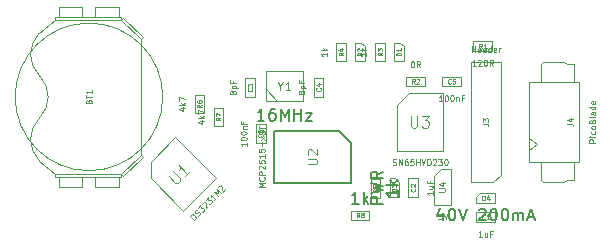
<source format=gbr>
G04 #@! TF.GenerationSoftware,KiCad,Pcbnew,(5.1.5-0-10_14)*
G04 #@! TF.CreationDate,2020-02-04T14:09:25+01:00*
G04 #@! TF.ProjectId,FeatherCAN,46656174-6865-4724-9341-4e2e6b696361,1.0*
G04 #@! TF.SameCoordinates,Original*
G04 #@! TF.FileFunction,Other,Fab,Top*
%FSLAX46Y46*%
G04 Gerber Fmt 4.6, Leading zero omitted, Abs format (unit mm)*
G04 Created by KiCad (PCBNEW (5.1.5-0-10_14)) date 2020-02-04 14:09:25*
%MOMM*%
%LPD*%
G04 APERTURE LIST*
%ADD10C,0.100000*%
%ADD11C,0.150000*%
%ADD12C,0.060000*%
%ADD13C,0.075000*%
%ADD14C,0.105000*%
G04 APERTURE END LIST*
D10*
X144500000Y-103900000D02*
X144500000Y-102300000D01*
X145300000Y-103900000D02*
X144500000Y-103900000D01*
X145300000Y-102300000D02*
X145300000Y-103900000D01*
X144500000Y-102300000D02*
X145300000Y-102300000D01*
X158225000Y-114475000D02*
X158225000Y-113675000D01*
X158225000Y-113675000D02*
X159825000Y-113675000D01*
X159825000Y-113675000D02*
X159825000Y-114475000D01*
X159825000Y-114475000D02*
X158225000Y-114475000D01*
X149700000Y-100900000D02*
X149700000Y-99300000D01*
X150500000Y-100900000D02*
X149700000Y-100900000D01*
X150500000Y-99300000D02*
X150500000Y-100900000D01*
X149700000Y-99300000D02*
X150500000Y-99300000D01*
X128200000Y-110450000D02*
X128200000Y-110650000D01*
X128200000Y-110450000D02*
X128350000Y-110600000D01*
X130000000Y-108950000D02*
X129850000Y-108800000D01*
X130000000Y-98850000D02*
X129850000Y-99000000D01*
X128200000Y-97350000D02*
X128350000Y-97200000D01*
X128200000Y-97150000D02*
X128200000Y-97350000D01*
X122600000Y-110650000D02*
X122600000Y-110450000D01*
X122600000Y-97150000D02*
X122600000Y-97350000D01*
X131700000Y-103900000D02*
G75*
G03X131700000Y-103900000I-6250000J0D01*
G01*
X121250000Y-105700000D02*
G75*
G03X121250000Y-102100000I-1800000J1800000D01*
G01*
X122600000Y-110450000D02*
X121250000Y-109300000D01*
X122600000Y-97350000D02*
X121250000Y-98500000D01*
X128200000Y-97350000D02*
X129850000Y-99000000D01*
X122600000Y-97350000D02*
X128200000Y-97350000D01*
X128200000Y-110450000D02*
X129850000Y-108800000D01*
X122600000Y-110450000D02*
X128200000Y-110450000D01*
X128350000Y-110600000D02*
X130000000Y-108950000D01*
X128350000Y-97200000D02*
X130000000Y-98850000D01*
X129850000Y-108800000D02*
X129850000Y-99000000D01*
X122600000Y-110650000D02*
X128200000Y-110650000D01*
X122600000Y-97150000D02*
X128200000Y-97150000D01*
X128000000Y-111550000D02*
X128000000Y-110650000D01*
X126000000Y-111550000D02*
X128000000Y-111550000D01*
X126000000Y-110650000D02*
X126000000Y-111550000D01*
X124900000Y-111550000D02*
X124900000Y-110650000D01*
X122900000Y-111550000D02*
X124900000Y-111550000D01*
X122900000Y-110650000D02*
X122900000Y-111550000D01*
X122900000Y-96250000D02*
X122900000Y-97150000D01*
X124900000Y-96250000D02*
X122900000Y-96250000D01*
X124900000Y-97150000D02*
X124900000Y-96250000D01*
X126000000Y-96250000D02*
X126000000Y-97150000D01*
X128000000Y-96250000D02*
X128000000Y-97150000D01*
X128000000Y-96250000D02*
X126000000Y-96250000D01*
X121250000Y-105700000D02*
G75*
G03X121250000Y-109300000I1800000J-1800000D01*
G01*
X121250000Y-98500000D02*
G75*
G03X121250000Y-102100000I1800000J-1800000D01*
G01*
X130678159Y-110785876D02*
X130678159Y-109407017D01*
X133453553Y-113561270D02*
X130678159Y-110785876D01*
X136211270Y-110803553D02*
X133453553Y-113561270D01*
X132746447Y-107338730D02*
X136211270Y-110803553D01*
X130678159Y-109407017D02*
X132746447Y-107338730D01*
D11*
X147650000Y-107800000D02*
X147650000Y-111200000D01*
X147650000Y-111200000D02*
X141150000Y-111200000D01*
X141150000Y-111200000D02*
X141150000Y-106800000D01*
X141150000Y-106800000D02*
X146650000Y-106800000D01*
X146650000Y-106800000D02*
X147650000Y-107800000D01*
D10*
X152525000Y-103600000D02*
X155450000Y-103600000D01*
X155450000Y-103600000D02*
X155450000Y-108500000D01*
X155450000Y-108500000D02*
X151550000Y-108500000D01*
X151550000Y-108500000D02*
X151550000Y-104575000D01*
X151550000Y-104575000D02*
X152525000Y-103600000D01*
X151300000Y-100900000D02*
X152100000Y-100900000D01*
X151300000Y-99300000D02*
X151300000Y-100900000D01*
X151800000Y-99300000D02*
X151300000Y-99300000D01*
X152100000Y-99600000D02*
X151800000Y-99300000D01*
X152100000Y-100900000D02*
X152100000Y-99600000D01*
X148800000Y-100900000D02*
X148800000Y-99600000D01*
X148800000Y-99600000D02*
X148500000Y-99300000D01*
X148500000Y-99300000D02*
X148000000Y-99300000D01*
X148000000Y-99300000D02*
X148000000Y-100900000D01*
X148000000Y-100900000D02*
X148800000Y-100900000D01*
X154700000Y-110600000D02*
X154700000Y-113050000D01*
X155250000Y-110030000D02*
X156100000Y-110030000D01*
X154700000Y-110600000D02*
X155250000Y-110030000D01*
X156100000Y-110030000D02*
X156100000Y-113070000D01*
X154700000Y-113070000D02*
X156100000Y-113070000D01*
X159685000Y-111120000D02*
X157780000Y-111120000D01*
X157780000Y-111120000D02*
X157780000Y-100960000D01*
X157780000Y-100960000D02*
X160320000Y-100960000D01*
X160320000Y-100960000D02*
X160320000Y-110485000D01*
X160320000Y-110485000D02*
X159685000Y-111120000D01*
X162700000Y-109400000D02*
X162700000Y-102650000D01*
X166900000Y-109400000D02*
X166900000Y-102650000D01*
X162700000Y-109400000D02*
X166900000Y-109400000D01*
X162700000Y-102650000D02*
X166900000Y-102650000D01*
X163700000Y-109400000D02*
X163700000Y-110900000D01*
X163700000Y-110900000D02*
X163900000Y-111100000D01*
X163900000Y-111100000D02*
X165700000Y-111100000D01*
X165700000Y-111100000D02*
X165900000Y-110900000D01*
X165900000Y-110900000D02*
X166500000Y-110900000D01*
X166500000Y-110900000D02*
X166500000Y-109400000D01*
X163700000Y-102650000D02*
X163700000Y-101150000D01*
X163700000Y-101150000D02*
X163900000Y-100950000D01*
X163900000Y-100950000D02*
X165700000Y-100950000D01*
X165700000Y-100950000D02*
X165900000Y-101150000D01*
X165900000Y-101150000D02*
X166500000Y-101150000D01*
X166500000Y-101150000D02*
X166500000Y-102650000D01*
X162700000Y-108400000D02*
X163407107Y-107900000D01*
X163407107Y-107900000D02*
X162700000Y-107400000D01*
X153300000Y-112400000D02*
X152500000Y-112400000D01*
X152500000Y-112400000D02*
X152500000Y-110800000D01*
X152500000Y-110800000D02*
X153300000Y-110800000D01*
X153300000Y-110800000D02*
X153300000Y-112400000D01*
X138700000Y-102300000D02*
X139500000Y-102300000D01*
X139500000Y-102300000D02*
X139500000Y-103900000D01*
X139500000Y-103900000D02*
X138700000Y-103900000D01*
X138700000Y-103900000D02*
X138700000Y-102300000D01*
X156950000Y-103000000D02*
X155350000Y-103000000D01*
X156950000Y-102200000D02*
X156950000Y-103000000D01*
X155350000Y-102200000D02*
X156950000Y-102200000D01*
X155350000Y-103000000D02*
X155350000Y-102200000D01*
X139600000Y-107800000D02*
X139600000Y-106200000D01*
X140400000Y-107800000D02*
X139600000Y-107800000D01*
X140400000Y-106200000D02*
X140400000Y-107800000D01*
X139600000Y-106200000D02*
X140400000Y-106200000D01*
X159600000Y-100000000D02*
X158000000Y-100000000D01*
X159600000Y-99200000D02*
X159600000Y-100000000D01*
X158000000Y-99200000D02*
X159600000Y-99200000D01*
X158000000Y-100000000D02*
X158000000Y-99200000D01*
X153900000Y-102200000D02*
X153900000Y-103000000D01*
X153900000Y-103000000D02*
X152300000Y-103000000D01*
X152300000Y-103000000D02*
X152300000Y-102200000D01*
X152300000Y-102200000D02*
X153900000Y-102200000D01*
X146400000Y-100900000D02*
X146400000Y-99300000D01*
X147200000Y-100900000D02*
X146400000Y-100900000D01*
X147200000Y-99300000D02*
X147200000Y-100900000D01*
X146400000Y-99300000D02*
X147200000Y-99300000D01*
X134400000Y-103700000D02*
X135200000Y-103700000D01*
X135200000Y-103700000D02*
X135200000Y-105300000D01*
X135200000Y-105300000D02*
X134400000Y-105300000D01*
X134400000Y-105300000D02*
X134400000Y-103700000D01*
X136000000Y-106400000D02*
X136000000Y-104800000D01*
X136800000Y-106400000D02*
X136000000Y-106400000D01*
X136800000Y-104800000D02*
X136800000Y-106400000D01*
X136000000Y-104800000D02*
X136800000Y-104800000D01*
X140400000Y-101750000D02*
X140400000Y-104250000D01*
X140400000Y-104250000D02*
X143600000Y-104250000D01*
X143600000Y-104250000D02*
X143600000Y-101750000D01*
X143600000Y-101750000D02*
X140400000Y-101750000D01*
X140400000Y-103250000D02*
X141400000Y-104250000D01*
X151700000Y-112400000D02*
X151700000Y-111100000D01*
X151700000Y-111100000D02*
X151400000Y-110800000D01*
X151400000Y-110800000D02*
X150900000Y-110800000D01*
X150900000Y-110800000D02*
X150900000Y-112400000D01*
X150900000Y-112400000D02*
X151700000Y-112400000D01*
X150100000Y-112462500D02*
X149300000Y-112462500D01*
X149300000Y-112462500D02*
X149300000Y-110862500D01*
X149300000Y-110862500D02*
X150100000Y-110862500D01*
X150100000Y-110862500D02*
X150100000Y-112462500D01*
X147600000Y-113525000D02*
X149200000Y-113525000D01*
X147600000Y-114325000D02*
X147600000Y-113525000D01*
X149200000Y-114325000D02*
X147600000Y-114325000D01*
X149200000Y-113525000D02*
X149200000Y-114325000D01*
X159850000Y-112075000D02*
X158550000Y-112075000D01*
X158550000Y-112075000D02*
X158250000Y-112375000D01*
X158250000Y-112375000D02*
X158250000Y-112875000D01*
X158250000Y-112875000D02*
X159850000Y-112875000D01*
X159850000Y-112875000D02*
X159850000Y-112075000D01*
X143410476Y-103588095D02*
X143386666Y-103635714D01*
X143362857Y-103659523D01*
X143315238Y-103683333D01*
X143291428Y-103683333D01*
X143243809Y-103659523D01*
X143220000Y-103635714D01*
X143196190Y-103588095D01*
X143196190Y-103492857D01*
X143220000Y-103445238D01*
X143243809Y-103421428D01*
X143291428Y-103397619D01*
X143315238Y-103397619D01*
X143362857Y-103421428D01*
X143386666Y-103445238D01*
X143410476Y-103492857D01*
X143410476Y-103588095D01*
X143434285Y-103635714D01*
X143458095Y-103659523D01*
X143505714Y-103683333D01*
X143600952Y-103683333D01*
X143648571Y-103659523D01*
X143672380Y-103635714D01*
X143696190Y-103588095D01*
X143696190Y-103492857D01*
X143672380Y-103445238D01*
X143648571Y-103421428D01*
X143600952Y-103397619D01*
X143505714Y-103397619D01*
X143458095Y-103421428D01*
X143434285Y-103445238D01*
X143410476Y-103492857D01*
X143362857Y-103183333D02*
X143862857Y-103183333D01*
X143386666Y-103183333D02*
X143362857Y-103135714D01*
X143362857Y-103040476D01*
X143386666Y-102992857D01*
X143410476Y-102969047D01*
X143458095Y-102945238D01*
X143600952Y-102945238D01*
X143648571Y-102969047D01*
X143672380Y-102992857D01*
X143696190Y-103040476D01*
X143696190Y-103135714D01*
X143672380Y-103183333D01*
X143434285Y-102564285D02*
X143434285Y-102730952D01*
X143696190Y-102730952D02*
X143196190Y-102730952D01*
X143196190Y-102492857D01*
D12*
X145042857Y-103166666D02*
X145061904Y-103185714D01*
X145080952Y-103242857D01*
X145080952Y-103280952D01*
X145061904Y-103338095D01*
X145023809Y-103376190D01*
X144985714Y-103395238D01*
X144909523Y-103414285D01*
X144852380Y-103414285D01*
X144776190Y-103395238D01*
X144738095Y-103376190D01*
X144700000Y-103338095D01*
X144680952Y-103280952D01*
X144680952Y-103242857D01*
X144700000Y-103185714D01*
X144719047Y-103166666D01*
X144814285Y-102823809D02*
X145080952Y-102823809D01*
X144661904Y-102919047D02*
X144947619Y-103014285D01*
X144947619Y-102766666D01*
D10*
X158727380Y-115731190D02*
X158441666Y-115731190D01*
X158584523Y-115731190D02*
X158584523Y-115231190D01*
X158536904Y-115302619D01*
X158489285Y-115350238D01*
X158441666Y-115374047D01*
X159155952Y-115397857D02*
X159155952Y-115731190D01*
X158941666Y-115397857D02*
X158941666Y-115659761D01*
X158965476Y-115707380D01*
X159013095Y-115731190D01*
X159084523Y-115731190D01*
X159132142Y-115707380D01*
X159155952Y-115683571D01*
X159560714Y-115469285D02*
X159394047Y-115469285D01*
X159394047Y-115731190D02*
X159394047Y-115231190D01*
X159632142Y-115231190D01*
D12*
X158958333Y-114217857D02*
X158939285Y-114236904D01*
X158882142Y-114255952D01*
X158844047Y-114255952D01*
X158786904Y-114236904D01*
X158748809Y-114198809D01*
X158729761Y-114160714D01*
X158710714Y-114084523D01*
X158710714Y-114027380D01*
X158729761Y-113951190D01*
X158748809Y-113913095D01*
X158786904Y-113875000D01*
X158844047Y-113855952D01*
X158882142Y-113855952D01*
X158939285Y-113875000D01*
X158958333Y-113894047D01*
X159339285Y-114255952D02*
X159110714Y-114255952D01*
X159225000Y-114255952D02*
X159225000Y-113855952D01*
X159186904Y-113913095D01*
X159148809Y-113951190D01*
X159110714Y-113970238D01*
D10*
X148896190Y-100159523D02*
X148896190Y-100445238D01*
X148896190Y-100302380D02*
X148396190Y-100302380D01*
X148467619Y-100350000D01*
X148515238Y-100397619D01*
X148539047Y-100445238D01*
X148896190Y-99945238D02*
X148396190Y-99945238D01*
X148705714Y-99897619D02*
X148896190Y-99754761D01*
X148562857Y-99754761D02*
X148753333Y-99945238D01*
D12*
X150280952Y-100166666D02*
X150090476Y-100300000D01*
X150280952Y-100395238D02*
X149880952Y-100395238D01*
X149880952Y-100242857D01*
X149900000Y-100204761D01*
X149919047Y-100185714D01*
X149957142Y-100166666D01*
X150014285Y-100166666D01*
X150052380Y-100185714D01*
X150071428Y-100204761D01*
X150090476Y-100242857D01*
X150090476Y-100395238D01*
X149880952Y-100033333D02*
X149880952Y-99785714D01*
X150033333Y-99919047D01*
X150033333Y-99861904D01*
X150052380Y-99823809D01*
X150071428Y-99804761D01*
X150109523Y-99785714D01*
X150204761Y-99785714D01*
X150242857Y-99804761D01*
X150261904Y-99823809D01*
X150280952Y-99861904D01*
X150280952Y-99976190D01*
X150261904Y-100014285D01*
X150242857Y-100033333D01*
D10*
X125414285Y-104292857D02*
X125438095Y-104221428D01*
X125461904Y-104197619D01*
X125509523Y-104173809D01*
X125580952Y-104173809D01*
X125628571Y-104197619D01*
X125652380Y-104221428D01*
X125676190Y-104269047D01*
X125676190Y-104459523D01*
X125176190Y-104459523D01*
X125176190Y-104292857D01*
X125200000Y-104245238D01*
X125223809Y-104221428D01*
X125271428Y-104197619D01*
X125319047Y-104197619D01*
X125366666Y-104221428D01*
X125390476Y-104245238D01*
X125414285Y-104292857D01*
X125414285Y-104459523D01*
X125176190Y-104030952D02*
X125176190Y-103745238D01*
X125676190Y-103888095D02*
X125176190Y-103888095D01*
X125676190Y-103316666D02*
X125676190Y-103602380D01*
X125676190Y-103459523D02*
X125176190Y-103459523D01*
X125247619Y-103507142D01*
X125295238Y-103554761D01*
X125319047Y-103602380D01*
X134359323Y-114318884D02*
X134005770Y-113965330D01*
X134089949Y-113881151D01*
X134157292Y-113847479D01*
X134224636Y-113847479D01*
X134275144Y-113864315D01*
X134359323Y-113914823D01*
X134409831Y-113965330D01*
X134460338Y-114049510D01*
X134477174Y-114100017D01*
X134477174Y-114167361D01*
X134443502Y-114234704D01*
X134359323Y-114318884D01*
X134679205Y-113965330D02*
X134746548Y-113931659D01*
X134830727Y-113847479D01*
X134847563Y-113796972D01*
X134847563Y-113763300D01*
X134830727Y-113712792D01*
X134797056Y-113679120D01*
X134746548Y-113662285D01*
X134712876Y-113662285D01*
X134662369Y-113679120D01*
X134578189Y-113729628D01*
X134527682Y-113746464D01*
X134494010Y-113746464D01*
X134443502Y-113729628D01*
X134409831Y-113695956D01*
X134392995Y-113645449D01*
X134392995Y-113611777D01*
X134409831Y-113561269D01*
X134494010Y-113477090D01*
X134561353Y-113443418D01*
X134662369Y-113308731D02*
X134881235Y-113089865D01*
X134898071Y-113342403D01*
X134948579Y-113291895D01*
X134999086Y-113275059D01*
X135032758Y-113275059D01*
X135083266Y-113291895D01*
X135167445Y-113376075D01*
X135184281Y-113426582D01*
X135184281Y-113460254D01*
X135167445Y-113510762D01*
X135066430Y-113611777D01*
X135015922Y-113628613D01*
X134982250Y-113628613D01*
X135049594Y-112988850D02*
X135049594Y-112955178D01*
X135066430Y-112904670D01*
X135150609Y-112820491D01*
X135201117Y-112803655D01*
X135234788Y-112803655D01*
X135285296Y-112820491D01*
X135318968Y-112854163D01*
X135352640Y-112921506D01*
X135352640Y-113325567D01*
X135571506Y-113106701D01*
X135335804Y-112635296D02*
X135554670Y-112416430D01*
X135571506Y-112668968D01*
X135622014Y-112618460D01*
X135672521Y-112601624D01*
X135706193Y-112601624D01*
X135756701Y-112618460D01*
X135840880Y-112702640D01*
X135857716Y-112753147D01*
X135857716Y-112786819D01*
X135840880Y-112837327D01*
X135739865Y-112938342D01*
X135689357Y-112955178D01*
X135655685Y-112955178D01*
X136244941Y-112433266D02*
X136042911Y-112635296D01*
X136143926Y-112534281D02*
X135790372Y-112180727D01*
X135807208Y-112264907D01*
X135807208Y-112332250D01*
X135790372Y-112382758D01*
X136396464Y-112281743D02*
X136042911Y-111928189D01*
X136413300Y-112062876D01*
X136278613Y-111692487D01*
X136632166Y-112046040D01*
X136413300Y-111557800D02*
X136649002Y-111322098D01*
X136766853Y-111911353D01*
X137002555Y-111675651D01*
X132192546Y-110598492D02*
X132753517Y-111159463D01*
X132852512Y-111192462D01*
X132918509Y-111192462D01*
X133017504Y-111159463D01*
X133149497Y-111027470D01*
X133182495Y-110928475D01*
X133182495Y-110862478D01*
X133149497Y-110763484D01*
X132588526Y-110202512D01*
X133974455Y-110202512D02*
X133578475Y-110598492D01*
X133776465Y-110400502D02*
X133083500Y-109707537D01*
X133116499Y-109872529D01*
X133116499Y-110004522D01*
X133083500Y-110103517D01*
X140326190Y-111559523D02*
X139826190Y-111559523D01*
X140183333Y-111392857D01*
X139826190Y-111226190D01*
X140326190Y-111226190D01*
X140278571Y-110702380D02*
X140302380Y-110726190D01*
X140326190Y-110797619D01*
X140326190Y-110845238D01*
X140302380Y-110916666D01*
X140254761Y-110964285D01*
X140207142Y-110988095D01*
X140111904Y-111011904D01*
X140040476Y-111011904D01*
X139945238Y-110988095D01*
X139897619Y-110964285D01*
X139850000Y-110916666D01*
X139826190Y-110845238D01*
X139826190Y-110797619D01*
X139850000Y-110726190D01*
X139873809Y-110702380D01*
X140326190Y-110488095D02*
X139826190Y-110488095D01*
X139826190Y-110297619D01*
X139850000Y-110250000D01*
X139873809Y-110226190D01*
X139921428Y-110202380D01*
X139992857Y-110202380D01*
X140040476Y-110226190D01*
X140064285Y-110250000D01*
X140088095Y-110297619D01*
X140088095Y-110488095D01*
X139873809Y-110011904D02*
X139850000Y-109988095D01*
X139826190Y-109940476D01*
X139826190Y-109821428D01*
X139850000Y-109773809D01*
X139873809Y-109750000D01*
X139921428Y-109726190D01*
X139969047Y-109726190D01*
X140040476Y-109750000D01*
X140326190Y-110035714D01*
X140326190Y-109726190D01*
X139826190Y-109273809D02*
X139826190Y-109511904D01*
X140064285Y-109535714D01*
X140040476Y-109511904D01*
X140016666Y-109464285D01*
X140016666Y-109345238D01*
X140040476Y-109297619D01*
X140064285Y-109273809D01*
X140111904Y-109250000D01*
X140230952Y-109250000D01*
X140278571Y-109273809D01*
X140302380Y-109297619D01*
X140326190Y-109345238D01*
X140326190Y-109464285D01*
X140302380Y-109511904D01*
X140278571Y-109535714D01*
X140326190Y-108773809D02*
X140326190Y-109059523D01*
X140326190Y-108916666D02*
X139826190Y-108916666D01*
X139897619Y-108964285D01*
X139945238Y-109011904D01*
X139969047Y-109059523D01*
X139826190Y-108321428D02*
X139826190Y-108559523D01*
X140064285Y-108583333D01*
X140040476Y-108559523D01*
X140016666Y-108511904D01*
X140016666Y-108392857D01*
X140040476Y-108345238D01*
X140064285Y-108321428D01*
X140111904Y-108297619D01*
X140230952Y-108297619D01*
X140278571Y-108321428D01*
X140302380Y-108345238D01*
X140326190Y-108392857D01*
X140326190Y-108511904D01*
X140302380Y-108559523D01*
X140278571Y-108583333D01*
X140135714Y-108083333D02*
X140135714Y-107702380D01*
X140326190Y-107511904D02*
X139992857Y-107250000D01*
X139992857Y-107511904D02*
X140326190Y-107250000D01*
X140302380Y-107083333D02*
X140326190Y-107011904D01*
X140326190Y-106892857D01*
X140302380Y-106845238D01*
X140278571Y-106821428D01*
X140230952Y-106797619D01*
X140183333Y-106797619D01*
X140135714Y-106821428D01*
X140111904Y-106845238D01*
X140088095Y-106892857D01*
X140064285Y-106988095D01*
X140040476Y-107035714D01*
X140016666Y-107059523D01*
X139969047Y-107083333D01*
X139921428Y-107083333D01*
X139873809Y-107059523D01*
X139850000Y-107035714D01*
X139826190Y-106988095D01*
X139826190Y-106869047D01*
X139850000Y-106797619D01*
X139826190Y-106654761D02*
X139826190Y-106369047D01*
X140326190Y-106511904D02*
X139826190Y-106511904D01*
X143961904Y-109609523D02*
X144609523Y-109609523D01*
X144685714Y-109571428D01*
X144723809Y-109533333D01*
X144761904Y-109457142D01*
X144761904Y-109304761D01*
X144723809Y-109228571D01*
X144685714Y-109190476D01*
X144609523Y-109152380D01*
X143961904Y-109152380D01*
X144038095Y-108809523D02*
X144000000Y-108771428D01*
X143961904Y-108695238D01*
X143961904Y-108504761D01*
X144000000Y-108428571D01*
X144038095Y-108390476D01*
X144114285Y-108352380D01*
X144190476Y-108352380D01*
X144304761Y-108390476D01*
X144761904Y-108847619D01*
X144761904Y-108352380D01*
X151178571Y-109652380D02*
X151250000Y-109676190D01*
X151369047Y-109676190D01*
X151416666Y-109652380D01*
X151440476Y-109628571D01*
X151464285Y-109580952D01*
X151464285Y-109533333D01*
X151440476Y-109485714D01*
X151416666Y-109461904D01*
X151369047Y-109438095D01*
X151273809Y-109414285D01*
X151226190Y-109390476D01*
X151202380Y-109366666D01*
X151178571Y-109319047D01*
X151178571Y-109271428D01*
X151202380Y-109223809D01*
X151226190Y-109200000D01*
X151273809Y-109176190D01*
X151392857Y-109176190D01*
X151464285Y-109200000D01*
X151678571Y-109676190D02*
X151678571Y-109176190D01*
X151964285Y-109676190D01*
X151964285Y-109176190D01*
X152416666Y-109176190D02*
X152321428Y-109176190D01*
X152273809Y-109200000D01*
X152250000Y-109223809D01*
X152202380Y-109295238D01*
X152178571Y-109390476D01*
X152178571Y-109580952D01*
X152202380Y-109628571D01*
X152226190Y-109652380D01*
X152273809Y-109676190D01*
X152369047Y-109676190D01*
X152416666Y-109652380D01*
X152440476Y-109628571D01*
X152464285Y-109580952D01*
X152464285Y-109461904D01*
X152440476Y-109414285D01*
X152416666Y-109390476D01*
X152369047Y-109366666D01*
X152273809Y-109366666D01*
X152226190Y-109390476D01*
X152202380Y-109414285D01*
X152178571Y-109461904D01*
X152916666Y-109176190D02*
X152678571Y-109176190D01*
X152654761Y-109414285D01*
X152678571Y-109390476D01*
X152726190Y-109366666D01*
X152845238Y-109366666D01*
X152892857Y-109390476D01*
X152916666Y-109414285D01*
X152940476Y-109461904D01*
X152940476Y-109580952D01*
X152916666Y-109628571D01*
X152892857Y-109652380D01*
X152845238Y-109676190D01*
X152726190Y-109676190D01*
X152678571Y-109652380D01*
X152654761Y-109628571D01*
X153154761Y-109676190D02*
X153154761Y-109176190D01*
X153154761Y-109414285D02*
X153440476Y-109414285D01*
X153440476Y-109676190D02*
X153440476Y-109176190D01*
X153607142Y-109176190D02*
X153773809Y-109676190D01*
X153940476Y-109176190D01*
X154107142Y-109676190D02*
X154107142Y-109176190D01*
X154226190Y-109176190D01*
X154297619Y-109200000D01*
X154345238Y-109247619D01*
X154369047Y-109295238D01*
X154392857Y-109390476D01*
X154392857Y-109461904D01*
X154369047Y-109557142D01*
X154345238Y-109604761D01*
X154297619Y-109652380D01*
X154226190Y-109676190D01*
X154107142Y-109676190D01*
X154583333Y-109223809D02*
X154607142Y-109200000D01*
X154654761Y-109176190D01*
X154773809Y-109176190D01*
X154821428Y-109200000D01*
X154845238Y-109223809D01*
X154869047Y-109271428D01*
X154869047Y-109319047D01*
X154845238Y-109390476D01*
X154559523Y-109676190D01*
X154869047Y-109676190D01*
X155035714Y-109176190D02*
X155345238Y-109176190D01*
X155178571Y-109366666D01*
X155250000Y-109366666D01*
X155297619Y-109390476D01*
X155321428Y-109414285D01*
X155345238Y-109461904D01*
X155345238Y-109580952D01*
X155321428Y-109628571D01*
X155297619Y-109652380D01*
X155250000Y-109676190D01*
X155107142Y-109676190D01*
X155059523Y-109652380D01*
X155035714Y-109628571D01*
X155654761Y-109176190D02*
X155702380Y-109176190D01*
X155750000Y-109200000D01*
X155773809Y-109223809D01*
X155797619Y-109271428D01*
X155821428Y-109366666D01*
X155821428Y-109485714D01*
X155797619Y-109580952D01*
X155773809Y-109628571D01*
X155750000Y-109652380D01*
X155702380Y-109676190D01*
X155654761Y-109676190D01*
X155607142Y-109652380D01*
X155583333Y-109628571D01*
X155559523Y-109580952D01*
X155535714Y-109485714D01*
X155535714Y-109366666D01*
X155559523Y-109271428D01*
X155583333Y-109223809D01*
X155607142Y-109200000D01*
X155654761Y-109176190D01*
X152703333Y-105513333D02*
X152703333Y-106306666D01*
X152750000Y-106400000D01*
X152796666Y-106446666D01*
X152890000Y-106493333D01*
X153076666Y-106493333D01*
X153170000Y-106446666D01*
X153216666Y-106400000D01*
X153263333Y-106306666D01*
X153263333Y-105513333D01*
X153636666Y-105513333D02*
X154243333Y-105513333D01*
X153916666Y-105886666D01*
X154056666Y-105886666D01*
X154150000Y-105933333D01*
X154196666Y-105980000D01*
X154243333Y-106073333D01*
X154243333Y-106306666D01*
X154196666Y-106400000D01*
X154150000Y-106446666D01*
X154056666Y-106493333D01*
X153776666Y-106493333D01*
X153683333Y-106446666D01*
X153636666Y-106400000D01*
D12*
X151880952Y-100395238D02*
X151480952Y-100395238D01*
X151480952Y-100300000D01*
X151500000Y-100242857D01*
X151538095Y-100204761D01*
X151576190Y-100185714D01*
X151652380Y-100166666D01*
X151709523Y-100166666D01*
X151785714Y-100185714D01*
X151823809Y-100204761D01*
X151861904Y-100242857D01*
X151880952Y-100300000D01*
X151880952Y-100395238D01*
X151880952Y-99785714D02*
X151880952Y-100014285D01*
X151880952Y-99900000D02*
X151480952Y-99900000D01*
X151538095Y-99938095D01*
X151576190Y-99976190D01*
X151595238Y-100014285D01*
X148580952Y-100395238D02*
X148180952Y-100395238D01*
X148180952Y-100300000D01*
X148200000Y-100242857D01*
X148238095Y-100204761D01*
X148276190Y-100185714D01*
X148352380Y-100166666D01*
X148409523Y-100166666D01*
X148485714Y-100185714D01*
X148523809Y-100204761D01*
X148561904Y-100242857D01*
X148580952Y-100300000D01*
X148580952Y-100395238D01*
X148219047Y-100014285D02*
X148200000Y-99995238D01*
X148180952Y-99957142D01*
X148180952Y-99861904D01*
X148200000Y-99823809D01*
X148219047Y-99804761D01*
X148257142Y-99785714D01*
X148295238Y-99785714D01*
X148352380Y-99804761D01*
X148580952Y-100033333D01*
X148580952Y-99785714D01*
D10*
X155304761Y-113776190D02*
X155066666Y-113776190D01*
X155042857Y-114014285D01*
X155066666Y-113990476D01*
X155114285Y-113966666D01*
X155233333Y-113966666D01*
X155280952Y-113990476D01*
X155304761Y-114014285D01*
X155328571Y-114061904D01*
X155328571Y-114180952D01*
X155304761Y-114228571D01*
X155280952Y-114252380D01*
X155233333Y-114276190D01*
X155114285Y-114276190D01*
X155066666Y-114252380D01*
X155042857Y-114228571D01*
X155471428Y-113776190D02*
X155638095Y-114276190D01*
X155804761Y-113776190D01*
D13*
X155126190Y-111930952D02*
X155530952Y-111930952D01*
X155578571Y-111907142D01*
X155602380Y-111883333D01*
X155626190Y-111835714D01*
X155626190Y-111740476D01*
X155602380Y-111692857D01*
X155578571Y-111669047D01*
X155530952Y-111645238D01*
X155126190Y-111645238D01*
X155292857Y-111192857D02*
X155626190Y-111192857D01*
X155102380Y-111311904D02*
X155459523Y-111430952D01*
X155459523Y-111121428D01*
D10*
X157871428Y-100126190D02*
X157871428Y-99626190D01*
X157871428Y-99864285D02*
X158157142Y-99864285D01*
X158157142Y-100126190D02*
X158157142Y-99626190D01*
X158585714Y-100102380D02*
X158538095Y-100126190D01*
X158442857Y-100126190D01*
X158395238Y-100102380D01*
X158371428Y-100054761D01*
X158371428Y-99864285D01*
X158395238Y-99816666D01*
X158442857Y-99792857D01*
X158538095Y-99792857D01*
X158585714Y-99816666D01*
X158609523Y-99864285D01*
X158609523Y-99911904D01*
X158371428Y-99959523D01*
X159038095Y-100126190D02*
X159038095Y-99864285D01*
X159014285Y-99816666D01*
X158966666Y-99792857D01*
X158871428Y-99792857D01*
X158823809Y-99816666D01*
X159038095Y-100102380D02*
X158990476Y-100126190D01*
X158871428Y-100126190D01*
X158823809Y-100102380D01*
X158800000Y-100054761D01*
X158800000Y-100007142D01*
X158823809Y-99959523D01*
X158871428Y-99935714D01*
X158990476Y-99935714D01*
X159038095Y-99911904D01*
X159490476Y-100126190D02*
X159490476Y-99626190D01*
X159490476Y-100102380D02*
X159442857Y-100126190D01*
X159347619Y-100126190D01*
X159300000Y-100102380D01*
X159276190Y-100078571D01*
X159252380Y-100030952D01*
X159252380Y-99888095D01*
X159276190Y-99840476D01*
X159300000Y-99816666D01*
X159347619Y-99792857D01*
X159442857Y-99792857D01*
X159490476Y-99816666D01*
X159919047Y-100102380D02*
X159871428Y-100126190D01*
X159776190Y-100126190D01*
X159728571Y-100102380D01*
X159704761Y-100054761D01*
X159704761Y-99864285D01*
X159728571Y-99816666D01*
X159776190Y-99792857D01*
X159871428Y-99792857D01*
X159919047Y-99816666D01*
X159942857Y-99864285D01*
X159942857Y-99911904D01*
X159704761Y-99959523D01*
X160157142Y-100126190D02*
X160157142Y-99792857D01*
X160157142Y-99888095D02*
X160180952Y-99840476D01*
X160204761Y-99816666D01*
X160252380Y-99792857D01*
X160300000Y-99792857D01*
X158776190Y-106206666D02*
X159133333Y-106206666D01*
X159204761Y-106230476D01*
X159252380Y-106278095D01*
X159276190Y-106349523D01*
X159276190Y-106397142D01*
X158776190Y-106016190D02*
X158776190Y-105706666D01*
X158966666Y-105873333D01*
X158966666Y-105801904D01*
X158990476Y-105754285D01*
X159014285Y-105730476D01*
X159061904Y-105706666D01*
X159180952Y-105706666D01*
X159228571Y-105730476D01*
X159252380Y-105754285D01*
X159276190Y-105801904D01*
X159276190Y-105944761D01*
X159252380Y-105992380D01*
X159228571Y-106016190D01*
X168326190Y-107763095D02*
X167826190Y-107763095D01*
X167826190Y-107572619D01*
X167850000Y-107525000D01*
X167873809Y-107501190D01*
X167921428Y-107477380D01*
X167992857Y-107477380D01*
X168040476Y-107501190D01*
X168064285Y-107525000D01*
X168088095Y-107572619D01*
X168088095Y-107763095D01*
X168326190Y-107263095D02*
X167992857Y-107263095D01*
X167826190Y-107263095D02*
X167850000Y-107286904D01*
X167873809Y-107263095D01*
X167850000Y-107239285D01*
X167826190Y-107263095D01*
X167873809Y-107263095D01*
X168302380Y-106810714D02*
X168326190Y-106858333D01*
X168326190Y-106953571D01*
X168302380Y-107001190D01*
X168278571Y-107025000D01*
X168230952Y-107048809D01*
X168088095Y-107048809D01*
X168040476Y-107025000D01*
X168016666Y-107001190D01*
X167992857Y-106953571D01*
X167992857Y-106858333D01*
X168016666Y-106810714D01*
X168326190Y-106525000D02*
X168302380Y-106572619D01*
X168278571Y-106596428D01*
X168230952Y-106620238D01*
X168088095Y-106620238D01*
X168040476Y-106596428D01*
X168016666Y-106572619D01*
X167992857Y-106525000D01*
X167992857Y-106453571D01*
X168016666Y-106405952D01*
X168040476Y-106382142D01*
X168088095Y-106358333D01*
X168230952Y-106358333D01*
X168278571Y-106382142D01*
X168302380Y-106405952D01*
X168326190Y-106453571D01*
X168326190Y-106525000D01*
X168064285Y-105977380D02*
X168088095Y-105905952D01*
X168111904Y-105882142D01*
X168159523Y-105858333D01*
X168230952Y-105858333D01*
X168278571Y-105882142D01*
X168302380Y-105905952D01*
X168326190Y-105953571D01*
X168326190Y-106144047D01*
X167826190Y-106144047D01*
X167826190Y-105977380D01*
X167850000Y-105929761D01*
X167873809Y-105905952D01*
X167921428Y-105882142D01*
X167969047Y-105882142D01*
X168016666Y-105905952D01*
X168040476Y-105929761D01*
X168064285Y-105977380D01*
X168064285Y-106144047D01*
X168326190Y-105572619D02*
X168302380Y-105620238D01*
X168254761Y-105644047D01*
X167826190Y-105644047D01*
X168326190Y-105167857D02*
X168064285Y-105167857D01*
X168016666Y-105191666D01*
X167992857Y-105239285D01*
X167992857Y-105334523D01*
X168016666Y-105382142D01*
X168302380Y-105167857D02*
X168326190Y-105215476D01*
X168326190Y-105334523D01*
X168302380Y-105382142D01*
X168254761Y-105405952D01*
X168207142Y-105405952D01*
X168159523Y-105382142D01*
X168135714Y-105334523D01*
X168135714Y-105215476D01*
X168111904Y-105167857D01*
X168326190Y-104715476D02*
X167826190Y-104715476D01*
X168302380Y-104715476D02*
X168326190Y-104763095D01*
X168326190Y-104858333D01*
X168302380Y-104905952D01*
X168278571Y-104929761D01*
X168230952Y-104953571D01*
X168088095Y-104953571D01*
X168040476Y-104929761D01*
X168016666Y-104905952D01*
X167992857Y-104858333D01*
X167992857Y-104763095D01*
X168016666Y-104715476D01*
X168302380Y-104286904D02*
X168326190Y-104334523D01*
X168326190Y-104429761D01*
X168302380Y-104477380D01*
X168254761Y-104501190D01*
X168064285Y-104501190D01*
X168016666Y-104477380D01*
X167992857Y-104429761D01*
X167992857Y-104334523D01*
X168016666Y-104286904D01*
X168064285Y-104263095D01*
X168111904Y-104263095D01*
X168159523Y-104501190D01*
X165926190Y-106191666D02*
X166283333Y-106191666D01*
X166354761Y-106215476D01*
X166402380Y-106263095D01*
X166426190Y-106334523D01*
X166426190Y-106382142D01*
X166092857Y-105739285D02*
X166426190Y-105739285D01*
X165902380Y-105858333D02*
X166259523Y-105977380D01*
X166259523Y-105667857D01*
X154556190Y-111897619D02*
X154556190Y-112183333D01*
X154556190Y-112040476D02*
X154056190Y-112040476D01*
X154127619Y-112088095D01*
X154175238Y-112135714D01*
X154199047Y-112183333D01*
X154222857Y-111469047D02*
X154556190Y-111469047D01*
X154222857Y-111683333D02*
X154484761Y-111683333D01*
X154532380Y-111659523D01*
X154556190Y-111611904D01*
X154556190Y-111540476D01*
X154532380Y-111492857D01*
X154508571Y-111469047D01*
X154294285Y-111064285D02*
X154294285Y-111230952D01*
X154556190Y-111230952D02*
X154056190Y-111230952D01*
X154056190Y-110992857D01*
D12*
X153042857Y-111666666D02*
X153061904Y-111685714D01*
X153080952Y-111742857D01*
X153080952Y-111780952D01*
X153061904Y-111838095D01*
X153023809Y-111876190D01*
X152985714Y-111895238D01*
X152909523Y-111914285D01*
X152852380Y-111914285D01*
X152776190Y-111895238D01*
X152738095Y-111876190D01*
X152700000Y-111838095D01*
X152680952Y-111780952D01*
X152680952Y-111742857D01*
X152700000Y-111685714D01*
X152719047Y-111666666D01*
X152719047Y-111514285D02*
X152700000Y-111495238D01*
X152680952Y-111457142D01*
X152680952Y-111361904D01*
X152700000Y-111323809D01*
X152719047Y-111304761D01*
X152757142Y-111285714D01*
X152795238Y-111285714D01*
X152852380Y-111304761D01*
X153080952Y-111533333D01*
X153080952Y-111285714D01*
D10*
X137610476Y-103588095D02*
X137586666Y-103635714D01*
X137562857Y-103659523D01*
X137515238Y-103683333D01*
X137491428Y-103683333D01*
X137443809Y-103659523D01*
X137420000Y-103635714D01*
X137396190Y-103588095D01*
X137396190Y-103492857D01*
X137420000Y-103445238D01*
X137443809Y-103421428D01*
X137491428Y-103397619D01*
X137515238Y-103397619D01*
X137562857Y-103421428D01*
X137586666Y-103445238D01*
X137610476Y-103492857D01*
X137610476Y-103588095D01*
X137634285Y-103635714D01*
X137658095Y-103659523D01*
X137705714Y-103683333D01*
X137800952Y-103683333D01*
X137848571Y-103659523D01*
X137872380Y-103635714D01*
X137896190Y-103588095D01*
X137896190Y-103492857D01*
X137872380Y-103445238D01*
X137848571Y-103421428D01*
X137800952Y-103397619D01*
X137705714Y-103397619D01*
X137658095Y-103421428D01*
X137634285Y-103445238D01*
X137610476Y-103492857D01*
X137562857Y-103183333D02*
X138062857Y-103183333D01*
X137586666Y-103183333D02*
X137562857Y-103135714D01*
X137562857Y-103040476D01*
X137586666Y-102992857D01*
X137610476Y-102969047D01*
X137658095Y-102945238D01*
X137800952Y-102945238D01*
X137848571Y-102969047D01*
X137872380Y-102992857D01*
X137896190Y-103040476D01*
X137896190Y-103135714D01*
X137872380Y-103183333D01*
X137634285Y-102564285D02*
X137634285Y-102730952D01*
X137896190Y-102730952D02*
X137396190Y-102730952D01*
X137396190Y-102492857D01*
D12*
X139242857Y-103166666D02*
X139261904Y-103185714D01*
X139280952Y-103242857D01*
X139280952Y-103280952D01*
X139261904Y-103338095D01*
X139223809Y-103376190D01*
X139185714Y-103395238D01*
X139109523Y-103414285D01*
X139052380Y-103414285D01*
X138976190Y-103395238D01*
X138938095Y-103376190D01*
X138900000Y-103338095D01*
X138880952Y-103280952D01*
X138880952Y-103242857D01*
X138900000Y-103185714D01*
X138919047Y-103166666D01*
X138880952Y-103033333D02*
X138880952Y-102785714D01*
X139033333Y-102919047D01*
X139033333Y-102861904D01*
X139052380Y-102823809D01*
X139071428Y-102804761D01*
X139109523Y-102785714D01*
X139204761Y-102785714D01*
X139242857Y-102804761D01*
X139261904Y-102823809D01*
X139280952Y-102861904D01*
X139280952Y-102976190D01*
X139261904Y-103014285D01*
X139242857Y-103033333D01*
D10*
X155376190Y-104256190D02*
X155090476Y-104256190D01*
X155233333Y-104256190D02*
X155233333Y-103756190D01*
X155185714Y-103827619D01*
X155138095Y-103875238D01*
X155090476Y-103899047D01*
X155685714Y-103756190D02*
X155733333Y-103756190D01*
X155780952Y-103780000D01*
X155804761Y-103803809D01*
X155828571Y-103851428D01*
X155852380Y-103946666D01*
X155852380Y-104065714D01*
X155828571Y-104160952D01*
X155804761Y-104208571D01*
X155780952Y-104232380D01*
X155733333Y-104256190D01*
X155685714Y-104256190D01*
X155638095Y-104232380D01*
X155614285Y-104208571D01*
X155590476Y-104160952D01*
X155566666Y-104065714D01*
X155566666Y-103946666D01*
X155590476Y-103851428D01*
X155614285Y-103803809D01*
X155638095Y-103780000D01*
X155685714Y-103756190D01*
X156161904Y-103756190D02*
X156209523Y-103756190D01*
X156257142Y-103780000D01*
X156280952Y-103803809D01*
X156304761Y-103851428D01*
X156328571Y-103946666D01*
X156328571Y-104065714D01*
X156304761Y-104160952D01*
X156280952Y-104208571D01*
X156257142Y-104232380D01*
X156209523Y-104256190D01*
X156161904Y-104256190D01*
X156114285Y-104232380D01*
X156090476Y-104208571D01*
X156066666Y-104160952D01*
X156042857Y-104065714D01*
X156042857Y-103946666D01*
X156066666Y-103851428D01*
X156090476Y-103803809D01*
X156114285Y-103780000D01*
X156161904Y-103756190D01*
X156542857Y-103922857D02*
X156542857Y-104256190D01*
X156542857Y-103970476D02*
X156566666Y-103946666D01*
X156614285Y-103922857D01*
X156685714Y-103922857D01*
X156733333Y-103946666D01*
X156757142Y-103994285D01*
X156757142Y-104256190D01*
X157161904Y-103994285D02*
X156995238Y-103994285D01*
X156995238Y-104256190D02*
X156995238Y-103756190D01*
X157233333Y-103756190D01*
D12*
X156083333Y-102742857D02*
X156064285Y-102761904D01*
X156007142Y-102780952D01*
X155969047Y-102780952D01*
X155911904Y-102761904D01*
X155873809Y-102723809D01*
X155854761Y-102685714D01*
X155835714Y-102609523D01*
X155835714Y-102552380D01*
X155854761Y-102476190D01*
X155873809Y-102438095D01*
X155911904Y-102400000D01*
X155969047Y-102380952D01*
X156007142Y-102380952D01*
X156064285Y-102400000D01*
X156083333Y-102419047D01*
X156445238Y-102380952D02*
X156254761Y-102380952D01*
X156235714Y-102571428D01*
X156254761Y-102552380D01*
X156292857Y-102533333D01*
X156388095Y-102533333D01*
X156426190Y-102552380D01*
X156445238Y-102571428D01*
X156464285Y-102609523D01*
X156464285Y-102704761D01*
X156445238Y-102742857D01*
X156426190Y-102761904D01*
X156388095Y-102780952D01*
X156292857Y-102780952D01*
X156254761Y-102761904D01*
X156235714Y-102742857D01*
D10*
X138796190Y-107773809D02*
X138796190Y-108059523D01*
X138796190Y-107916666D02*
X138296190Y-107916666D01*
X138367619Y-107964285D01*
X138415238Y-108011904D01*
X138439047Y-108059523D01*
X138296190Y-107464285D02*
X138296190Y-107416666D01*
X138320000Y-107369047D01*
X138343809Y-107345238D01*
X138391428Y-107321428D01*
X138486666Y-107297619D01*
X138605714Y-107297619D01*
X138700952Y-107321428D01*
X138748571Y-107345238D01*
X138772380Y-107369047D01*
X138796190Y-107416666D01*
X138796190Y-107464285D01*
X138772380Y-107511904D01*
X138748571Y-107535714D01*
X138700952Y-107559523D01*
X138605714Y-107583333D01*
X138486666Y-107583333D01*
X138391428Y-107559523D01*
X138343809Y-107535714D01*
X138320000Y-107511904D01*
X138296190Y-107464285D01*
X138296190Y-106988095D02*
X138296190Y-106940476D01*
X138320000Y-106892857D01*
X138343809Y-106869047D01*
X138391428Y-106845238D01*
X138486666Y-106821428D01*
X138605714Y-106821428D01*
X138700952Y-106845238D01*
X138748571Y-106869047D01*
X138772380Y-106892857D01*
X138796190Y-106940476D01*
X138796190Y-106988095D01*
X138772380Y-107035714D01*
X138748571Y-107059523D01*
X138700952Y-107083333D01*
X138605714Y-107107142D01*
X138486666Y-107107142D01*
X138391428Y-107083333D01*
X138343809Y-107059523D01*
X138320000Y-107035714D01*
X138296190Y-106988095D01*
X138462857Y-106607142D02*
X138796190Y-106607142D01*
X138510476Y-106607142D02*
X138486666Y-106583333D01*
X138462857Y-106535714D01*
X138462857Y-106464285D01*
X138486666Y-106416666D01*
X138534285Y-106392857D01*
X138796190Y-106392857D01*
X138534285Y-105988095D02*
X138534285Y-106154761D01*
X138796190Y-106154761D02*
X138296190Y-106154761D01*
X138296190Y-105916666D01*
D12*
X140142857Y-107066666D02*
X140161904Y-107085714D01*
X140180952Y-107142857D01*
X140180952Y-107180952D01*
X140161904Y-107238095D01*
X140123809Y-107276190D01*
X140085714Y-107295238D01*
X140009523Y-107314285D01*
X139952380Y-107314285D01*
X139876190Y-107295238D01*
X139838095Y-107276190D01*
X139800000Y-107238095D01*
X139780952Y-107180952D01*
X139780952Y-107142857D01*
X139800000Y-107085714D01*
X139819047Y-107066666D01*
X139780952Y-106723809D02*
X139780952Y-106800000D01*
X139800000Y-106838095D01*
X139819047Y-106857142D01*
X139876190Y-106895238D01*
X139952380Y-106914285D01*
X140104761Y-106914285D01*
X140142857Y-106895238D01*
X140161904Y-106876190D01*
X140180952Y-106838095D01*
X140180952Y-106761904D01*
X140161904Y-106723809D01*
X140142857Y-106704761D01*
X140104761Y-106685714D01*
X140009523Y-106685714D01*
X139971428Y-106704761D01*
X139952380Y-106723809D01*
X139933333Y-106761904D01*
X139933333Y-106838095D01*
X139952380Y-106876190D01*
X139971428Y-106895238D01*
X140009523Y-106914285D01*
D10*
X158216666Y-101256190D02*
X157930952Y-101256190D01*
X158073809Y-101256190D02*
X158073809Y-100756190D01*
X158026190Y-100827619D01*
X157978571Y-100875238D01*
X157930952Y-100899047D01*
X158407142Y-100803809D02*
X158430952Y-100780000D01*
X158478571Y-100756190D01*
X158597619Y-100756190D01*
X158645238Y-100780000D01*
X158669047Y-100803809D01*
X158692857Y-100851428D01*
X158692857Y-100899047D01*
X158669047Y-100970476D01*
X158383333Y-101256190D01*
X158692857Y-101256190D01*
X159002380Y-100756190D02*
X159050000Y-100756190D01*
X159097619Y-100780000D01*
X159121428Y-100803809D01*
X159145238Y-100851428D01*
X159169047Y-100946666D01*
X159169047Y-101065714D01*
X159145238Y-101160952D01*
X159121428Y-101208571D01*
X159097619Y-101232380D01*
X159050000Y-101256190D01*
X159002380Y-101256190D01*
X158954761Y-101232380D01*
X158930952Y-101208571D01*
X158907142Y-101160952D01*
X158883333Y-101065714D01*
X158883333Y-100946666D01*
X158907142Y-100851428D01*
X158930952Y-100803809D01*
X158954761Y-100780000D01*
X159002380Y-100756190D01*
X159669047Y-101256190D02*
X159502380Y-101018095D01*
X159383333Y-101256190D02*
X159383333Y-100756190D01*
X159573809Y-100756190D01*
X159621428Y-100780000D01*
X159645238Y-100803809D01*
X159669047Y-100851428D01*
X159669047Y-100922857D01*
X159645238Y-100970476D01*
X159621428Y-100994285D01*
X159573809Y-101018095D01*
X159383333Y-101018095D01*
D12*
X158733333Y-99780952D02*
X158600000Y-99590476D01*
X158504761Y-99780952D02*
X158504761Y-99380952D01*
X158657142Y-99380952D01*
X158695238Y-99400000D01*
X158714285Y-99419047D01*
X158733333Y-99457142D01*
X158733333Y-99514285D01*
X158714285Y-99552380D01*
X158695238Y-99571428D01*
X158657142Y-99590476D01*
X158504761Y-99590476D01*
X159114285Y-99780952D02*
X158885714Y-99780952D01*
X159000000Y-99780952D02*
X159000000Y-99380952D01*
X158961904Y-99438095D01*
X158923809Y-99476190D01*
X158885714Y-99495238D01*
D10*
X152826190Y-100896190D02*
X152873809Y-100896190D01*
X152921428Y-100920000D01*
X152945238Y-100943809D01*
X152969047Y-100991428D01*
X152992857Y-101086666D01*
X152992857Y-101205714D01*
X152969047Y-101300952D01*
X152945238Y-101348571D01*
X152921428Y-101372380D01*
X152873809Y-101396190D01*
X152826190Y-101396190D01*
X152778571Y-101372380D01*
X152754761Y-101348571D01*
X152730952Y-101300952D01*
X152707142Y-101205714D01*
X152707142Y-101086666D01*
X152730952Y-100991428D01*
X152754761Y-100943809D01*
X152778571Y-100920000D01*
X152826190Y-100896190D01*
X153492857Y-101396190D02*
X153326190Y-101158095D01*
X153207142Y-101396190D02*
X153207142Y-100896190D01*
X153397619Y-100896190D01*
X153445238Y-100920000D01*
X153469047Y-100943809D01*
X153492857Y-100991428D01*
X153492857Y-101062857D01*
X153469047Y-101110476D01*
X153445238Y-101134285D01*
X153397619Y-101158095D01*
X153207142Y-101158095D01*
D12*
X153033333Y-102780952D02*
X152900000Y-102590476D01*
X152804761Y-102780952D02*
X152804761Y-102380952D01*
X152957142Y-102380952D01*
X152995238Y-102400000D01*
X153014285Y-102419047D01*
X153033333Y-102457142D01*
X153033333Y-102514285D01*
X153014285Y-102552380D01*
X152995238Y-102571428D01*
X152957142Y-102590476D01*
X152804761Y-102590476D01*
X153185714Y-102419047D02*
X153204761Y-102400000D01*
X153242857Y-102380952D01*
X153338095Y-102380952D01*
X153376190Y-102400000D01*
X153395238Y-102419047D01*
X153414285Y-102457142D01*
X153414285Y-102495238D01*
X153395238Y-102552380D01*
X153166666Y-102780952D01*
X153414285Y-102780952D01*
D10*
X145596190Y-100159523D02*
X145596190Y-100445238D01*
X145596190Y-100302380D02*
X145096190Y-100302380D01*
X145167619Y-100350000D01*
X145215238Y-100397619D01*
X145239047Y-100445238D01*
X145596190Y-99945238D02*
X145096190Y-99945238D01*
X145405714Y-99897619D02*
X145596190Y-99754761D01*
X145262857Y-99754761D02*
X145453333Y-99945238D01*
D12*
X146980952Y-100166666D02*
X146790476Y-100300000D01*
X146980952Y-100395238D02*
X146580952Y-100395238D01*
X146580952Y-100242857D01*
X146600000Y-100204761D01*
X146619047Y-100185714D01*
X146657142Y-100166666D01*
X146714285Y-100166666D01*
X146752380Y-100185714D01*
X146771428Y-100204761D01*
X146790476Y-100242857D01*
X146790476Y-100395238D01*
X146714285Y-99823809D02*
X146980952Y-99823809D01*
X146561904Y-99919047D02*
X146847619Y-100014285D01*
X146847619Y-99766666D01*
D10*
X133262857Y-104845238D02*
X133596190Y-104845238D01*
X133072380Y-104964285D02*
X133429523Y-105083333D01*
X133429523Y-104773809D01*
X133596190Y-104583333D02*
X133096190Y-104583333D01*
X133405714Y-104535714D02*
X133596190Y-104392857D01*
X133262857Y-104392857D02*
X133453333Y-104583333D01*
X133096190Y-104226190D02*
X133096190Y-103892857D01*
X133596190Y-104107142D01*
D12*
X134980952Y-104566666D02*
X134790476Y-104700000D01*
X134980952Y-104795238D02*
X134580952Y-104795238D01*
X134580952Y-104642857D01*
X134600000Y-104604761D01*
X134619047Y-104585714D01*
X134657142Y-104566666D01*
X134714285Y-104566666D01*
X134752380Y-104585714D01*
X134771428Y-104604761D01*
X134790476Y-104642857D01*
X134790476Y-104795238D01*
X134580952Y-104223809D02*
X134580952Y-104300000D01*
X134600000Y-104338095D01*
X134619047Y-104357142D01*
X134676190Y-104395238D01*
X134752380Y-104414285D01*
X134904761Y-104414285D01*
X134942857Y-104395238D01*
X134961904Y-104376190D01*
X134980952Y-104338095D01*
X134980952Y-104261904D01*
X134961904Y-104223809D01*
X134942857Y-104204761D01*
X134904761Y-104185714D01*
X134809523Y-104185714D01*
X134771428Y-104204761D01*
X134752380Y-104223809D01*
X134733333Y-104261904D01*
X134733333Y-104338095D01*
X134752380Y-104376190D01*
X134771428Y-104395238D01*
X134809523Y-104414285D01*
D10*
X134862857Y-105945238D02*
X135196190Y-105945238D01*
X134672380Y-106064285D02*
X135029523Y-106183333D01*
X135029523Y-105873809D01*
X135196190Y-105683333D02*
X134696190Y-105683333D01*
X135005714Y-105635714D02*
X135196190Y-105492857D01*
X134862857Y-105492857D02*
X135053333Y-105683333D01*
X134696190Y-105326190D02*
X134696190Y-104992857D01*
X135196190Y-105207142D01*
D12*
X136580952Y-105666666D02*
X136390476Y-105800000D01*
X136580952Y-105895238D02*
X136180952Y-105895238D01*
X136180952Y-105742857D01*
X136200000Y-105704761D01*
X136219047Y-105685714D01*
X136257142Y-105666666D01*
X136314285Y-105666666D01*
X136352380Y-105685714D01*
X136371428Y-105704761D01*
X136390476Y-105742857D01*
X136390476Y-105895238D01*
X136180952Y-105533333D02*
X136180952Y-105266666D01*
X136580952Y-105438095D01*
D11*
X140309523Y-105902380D02*
X139738095Y-105902380D01*
X140023809Y-105902380D02*
X140023809Y-104902380D01*
X139928571Y-105045238D01*
X139833333Y-105140476D01*
X139738095Y-105188095D01*
X141166666Y-104902380D02*
X140976190Y-104902380D01*
X140880952Y-104950000D01*
X140833333Y-104997619D01*
X140738095Y-105140476D01*
X140690476Y-105330952D01*
X140690476Y-105711904D01*
X140738095Y-105807142D01*
X140785714Y-105854761D01*
X140880952Y-105902380D01*
X141071428Y-105902380D01*
X141166666Y-105854761D01*
X141214285Y-105807142D01*
X141261904Y-105711904D01*
X141261904Y-105473809D01*
X141214285Y-105378571D01*
X141166666Y-105330952D01*
X141071428Y-105283333D01*
X140880952Y-105283333D01*
X140785714Y-105330952D01*
X140738095Y-105378571D01*
X140690476Y-105473809D01*
X141690476Y-105902380D02*
X141690476Y-104902380D01*
X142023809Y-105616666D01*
X142357142Y-104902380D01*
X142357142Y-105902380D01*
X142833333Y-105902380D02*
X142833333Y-104902380D01*
X142833333Y-105378571D02*
X143404761Y-105378571D01*
X143404761Y-105902380D02*
X143404761Y-104902380D01*
X143785714Y-105235714D02*
X144309523Y-105235714D01*
X143785714Y-105902380D01*
X144309523Y-105902380D01*
D14*
X141666666Y-102983333D02*
X141666666Y-103316666D01*
X141433333Y-102616666D02*
X141666666Y-102983333D01*
X141900000Y-102616666D01*
X142500000Y-103316666D02*
X142100000Y-103316666D01*
X142300000Y-103316666D02*
X142300000Y-102616666D01*
X142233333Y-102716666D01*
X142166666Y-102783333D01*
X142100000Y-102816666D01*
D11*
X150322380Y-112933333D02*
X149322380Y-112933333D01*
X149322380Y-112552380D01*
X149370000Y-112457142D01*
X149417619Y-112409523D01*
X149512857Y-112361904D01*
X149655714Y-112361904D01*
X149750952Y-112409523D01*
X149798571Y-112457142D01*
X149846190Y-112552380D01*
X149846190Y-112933333D01*
X149322380Y-112028571D02*
X150322380Y-111790476D01*
X149608095Y-111600000D01*
X150322380Y-111409523D01*
X149322380Y-111171428D01*
X150322380Y-110219047D02*
X149846190Y-110552380D01*
X150322380Y-110790476D02*
X149322380Y-110790476D01*
X149322380Y-110409523D01*
X149370000Y-110314285D01*
X149417619Y-110266666D01*
X149512857Y-110219047D01*
X149655714Y-110219047D01*
X149750952Y-110266666D01*
X149798571Y-110314285D01*
X149846190Y-110409523D01*
X149846190Y-110790476D01*
D12*
X151480952Y-111895238D02*
X151080952Y-111895238D01*
X151080952Y-111800000D01*
X151100000Y-111742857D01*
X151138095Y-111704761D01*
X151176190Y-111685714D01*
X151252380Y-111666666D01*
X151309523Y-111666666D01*
X151385714Y-111685714D01*
X151423809Y-111704761D01*
X151461904Y-111742857D01*
X151480952Y-111800000D01*
X151480952Y-111895238D01*
X151080952Y-111533333D02*
X151080952Y-111285714D01*
X151233333Y-111419047D01*
X151233333Y-111361904D01*
X151252380Y-111323809D01*
X151271428Y-111304761D01*
X151309523Y-111285714D01*
X151404761Y-111285714D01*
X151442857Y-111304761D01*
X151461904Y-111323809D01*
X151480952Y-111361904D01*
X151480952Y-111476190D01*
X151461904Y-111514285D01*
X151442857Y-111533333D01*
D11*
X151582380Y-111781547D02*
X151582380Y-112352976D01*
X151582380Y-112067261D02*
X150582380Y-112067261D01*
X150725238Y-112162500D01*
X150820476Y-112257738D01*
X150868095Y-112352976D01*
X151582380Y-111352976D02*
X150582380Y-111352976D01*
X151201428Y-111257738D02*
X151582380Y-110972023D01*
X150915714Y-110972023D02*
X151296666Y-111352976D01*
D12*
X149880952Y-111729166D02*
X149690476Y-111862500D01*
X149880952Y-111957738D02*
X149480952Y-111957738D01*
X149480952Y-111805357D01*
X149500000Y-111767261D01*
X149519047Y-111748214D01*
X149557142Y-111729166D01*
X149614285Y-111729166D01*
X149652380Y-111748214D01*
X149671428Y-111767261D01*
X149690476Y-111805357D01*
X149690476Y-111957738D01*
X149480952Y-111367261D02*
X149480952Y-111557738D01*
X149671428Y-111576785D01*
X149652380Y-111557738D01*
X149633333Y-111519642D01*
X149633333Y-111424404D01*
X149652380Y-111386309D01*
X149671428Y-111367261D01*
X149709523Y-111348214D01*
X149804761Y-111348214D01*
X149842857Y-111367261D01*
X149861904Y-111386309D01*
X149880952Y-111424404D01*
X149880952Y-111519642D01*
X149861904Y-111557738D01*
X149842857Y-111576785D01*
D11*
X148280952Y-112947380D02*
X147709523Y-112947380D01*
X147995238Y-112947380D02*
X147995238Y-111947380D01*
X147900000Y-112090238D01*
X147804761Y-112185476D01*
X147709523Y-112233095D01*
X148709523Y-112947380D02*
X148709523Y-111947380D01*
X148804761Y-112566428D02*
X149090476Y-112947380D01*
X149090476Y-112280714D02*
X148709523Y-112661666D01*
D12*
X148333333Y-114105952D02*
X148200000Y-113915476D01*
X148104761Y-114105952D02*
X148104761Y-113705952D01*
X148257142Y-113705952D01*
X148295238Y-113725000D01*
X148314285Y-113744047D01*
X148333333Y-113782142D01*
X148333333Y-113839285D01*
X148314285Y-113877380D01*
X148295238Y-113896428D01*
X148257142Y-113915476D01*
X148104761Y-113915476D01*
X148561904Y-113877380D02*
X148523809Y-113858333D01*
X148504761Y-113839285D01*
X148485714Y-113801190D01*
X148485714Y-113782142D01*
X148504761Y-113744047D01*
X148523809Y-113725000D01*
X148561904Y-113705952D01*
X148638095Y-113705952D01*
X148676190Y-113725000D01*
X148695238Y-113744047D01*
X148714285Y-113782142D01*
X148714285Y-113801190D01*
X148695238Y-113839285D01*
X148676190Y-113858333D01*
X148638095Y-113877380D01*
X148561904Y-113877380D01*
X148523809Y-113896428D01*
X148504761Y-113915476D01*
X148485714Y-113953571D01*
X148485714Y-114029761D01*
X148504761Y-114067857D01*
X148523809Y-114086904D01*
X148561904Y-114105952D01*
X148638095Y-114105952D01*
X148676190Y-114086904D01*
X148695238Y-114067857D01*
X148714285Y-114029761D01*
X148714285Y-113953571D01*
X148695238Y-113915476D01*
X148676190Y-113896428D01*
X148638095Y-113877380D01*
D11*
X155430952Y-113690714D02*
X155430952Y-114357380D01*
X155192857Y-113309761D02*
X154954761Y-114024047D01*
X155573809Y-114024047D01*
X156145238Y-113357380D02*
X156240476Y-113357380D01*
X156335714Y-113405000D01*
X156383333Y-113452619D01*
X156430952Y-113547857D01*
X156478571Y-113738333D01*
X156478571Y-113976428D01*
X156430952Y-114166904D01*
X156383333Y-114262142D01*
X156335714Y-114309761D01*
X156240476Y-114357380D01*
X156145238Y-114357380D01*
X156050000Y-114309761D01*
X156002380Y-114262142D01*
X155954761Y-114166904D01*
X155907142Y-113976428D01*
X155907142Y-113738333D01*
X155954761Y-113547857D01*
X156002380Y-113452619D01*
X156050000Y-113405000D01*
X156145238Y-113357380D01*
X156764285Y-113357380D02*
X157097619Y-114357380D01*
X157430952Y-113357380D01*
X158478571Y-113452619D02*
X158526190Y-113405000D01*
X158621428Y-113357380D01*
X158859523Y-113357380D01*
X158954761Y-113405000D01*
X159002380Y-113452619D01*
X159050000Y-113547857D01*
X159050000Y-113643095D01*
X159002380Y-113785952D01*
X158430952Y-114357380D01*
X159050000Y-114357380D01*
X159669047Y-113357380D02*
X159764285Y-113357380D01*
X159859523Y-113405000D01*
X159907142Y-113452619D01*
X159954761Y-113547857D01*
X160002380Y-113738333D01*
X160002380Y-113976428D01*
X159954761Y-114166904D01*
X159907142Y-114262142D01*
X159859523Y-114309761D01*
X159764285Y-114357380D01*
X159669047Y-114357380D01*
X159573809Y-114309761D01*
X159526190Y-114262142D01*
X159478571Y-114166904D01*
X159430952Y-113976428D01*
X159430952Y-113738333D01*
X159478571Y-113547857D01*
X159526190Y-113452619D01*
X159573809Y-113405000D01*
X159669047Y-113357380D01*
X160621428Y-113357380D02*
X160716666Y-113357380D01*
X160811904Y-113405000D01*
X160859523Y-113452619D01*
X160907142Y-113547857D01*
X160954761Y-113738333D01*
X160954761Y-113976428D01*
X160907142Y-114166904D01*
X160859523Y-114262142D01*
X160811904Y-114309761D01*
X160716666Y-114357380D01*
X160621428Y-114357380D01*
X160526190Y-114309761D01*
X160478571Y-114262142D01*
X160430952Y-114166904D01*
X160383333Y-113976428D01*
X160383333Y-113738333D01*
X160430952Y-113547857D01*
X160478571Y-113452619D01*
X160526190Y-113405000D01*
X160621428Y-113357380D01*
X161383333Y-114357380D02*
X161383333Y-113690714D01*
X161383333Y-113785952D02*
X161430952Y-113738333D01*
X161526190Y-113690714D01*
X161669047Y-113690714D01*
X161764285Y-113738333D01*
X161811904Y-113833571D01*
X161811904Y-114357380D01*
X161811904Y-113833571D02*
X161859523Y-113738333D01*
X161954761Y-113690714D01*
X162097619Y-113690714D01*
X162192857Y-113738333D01*
X162240476Y-113833571D01*
X162240476Y-114357380D01*
X162669047Y-114071666D02*
X163145238Y-114071666D01*
X162573809Y-114357380D02*
X162907142Y-113357380D01*
X163240476Y-114357380D01*
D12*
X158754761Y-112655952D02*
X158754761Y-112255952D01*
X158850000Y-112255952D01*
X158907142Y-112275000D01*
X158945238Y-112313095D01*
X158964285Y-112351190D01*
X158983333Y-112427380D01*
X158983333Y-112484523D01*
X158964285Y-112560714D01*
X158945238Y-112598809D01*
X158907142Y-112636904D01*
X158850000Y-112655952D01*
X158754761Y-112655952D01*
X159326190Y-112389285D02*
X159326190Y-112655952D01*
X159230952Y-112236904D02*
X159135714Y-112522619D01*
X159383333Y-112522619D01*
M02*

</source>
